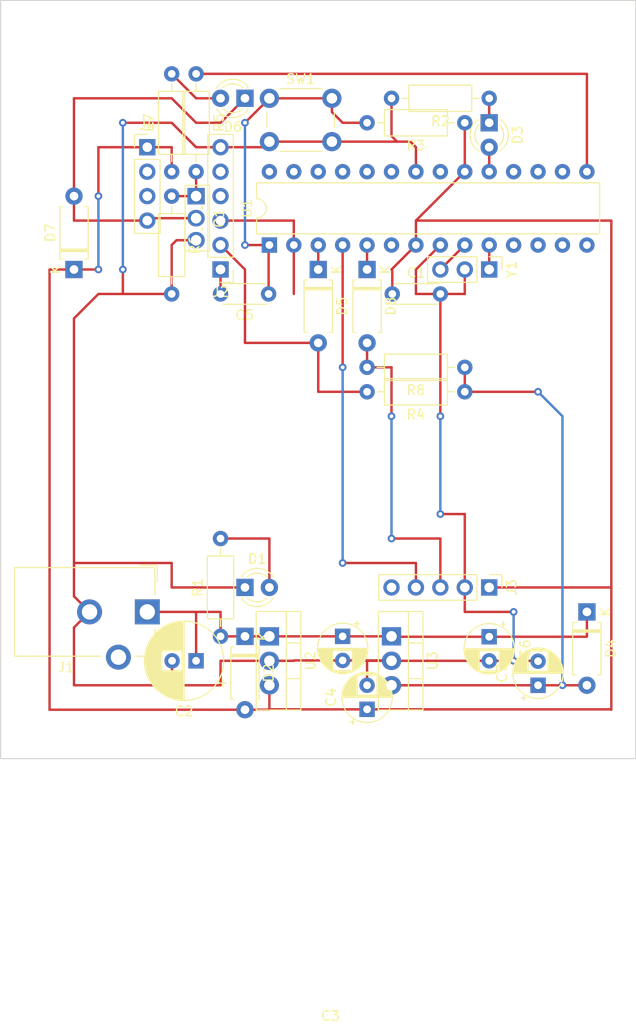
<source format=kicad_pcb>
(kicad_pcb (version 20211014) (generator pcbnew)
  (layers (0 "F.Cu" signal) (31 "B.Cu" signal) (34 "B.Paste" user) (35 "F.Paste" user) (36 "B.SilkS" user "B.Silkscreen") (37 "F.SilkS" user "F.Silkscreen") (38 "B.Mask" user) (39 "F.Mask" user) (44 "Edge.Cuts" user))
  (net 0 "")
  (net 1 "+5V")
  (net 2 "GND")
  (net 3 "+12V")
  (net 4 "Net-(C5-Pad1)")
  (net 5 "DTR")
  (net 6 "+3V3")
  (net 7 "Net-(D1-Pad2)")
  (net 8 "Net-(D3-Pad1)")
  (net 9 "Net-(D3-Pad2)")
  (net 10 "TX")
  (net 11 "Net-(D5-Pad2)")
  (net 12 "GPS_TX")
  (net 13 "Net-(D8-Pad2)")
  (net 14 "RX")
  (net 17 "GPS_RX")
  (net 21 "Net-(Q1-Pad1)")
  (net 22 "TRIG")
  (net 24 "Net-(U1-Pad9)")
  (net 25 "Net-(U1-Pad10)")
  (net 30 "Net-(D7-Pad2)")
  (net 41 "Net-(R7-Pad2)")
  (footprint "Diode_THT:D_A-405_P7.62mm_Horizontal" (layer "F.Cu") (at 111.76 116.84 -90)
    (fp_text reference "D8" (at 3.81 -2.47 90) (layer "F.SilkS"))
    (fp_text value "1s4")
    (fp_text user "K" (at 0 -1.9 90) (layer "F.SilkS"))
    (pad "1" thru_hole rect (at 0 0 270) (size 1.8 1.8) (drill 0.9) (layers *.Cu *.Mask) (net 12 "GPS_TX"))
    (pad "2" thru_hole oval (at 7.62 0 270) (size 1.8 1.8) (drill 0.9) (layers *.Cu *.Mask) (net 13 "Net-(D8-Pad2)"))
  )
  (footprint "Capacitor_THT:C_Disc_D4.3mm_W1.9mm_P5.00mm" (layer "F.Cu") (at 101.52 119.38 180)
    (fp_text reference "C5" (at 2.5 -2.2) (layer "F.SilkS"))
    (fp_text value "104")
    (pad "1" thru_hole circle (at 0 0 180) (size 1.6 1.6) (drill 0.8) (layers *.Cu *.Mask) (net 4 "Net-(C5-Pad1)"))
    (pad "2" thru_hole circle (at 5 0 180) (size 1.6 1.6) (drill 0.8) (layers *.Cu *.Mask) (net 5 "DTR"))
  )
  (footprint "Diode_THT:D_A-405_P7.62mm_Horizontal" (layer "F.Cu") (at 134.62 152.4 -90)
    (fp_text reference "D4" (at 3.81 -2.47 90) (layer "F.SilkS"))
    (fp_text value "1s4")
    (fp_text user "K" (at 0 -1.9 90) (layer "F.SilkS"))
    (pad "1" thru_hole rect (at 0 0 270) (size 1.8 1.8) (drill 0.9) (layers *.Cu *.Mask) (net 3 "+12V"))
    (pad "2" thru_hole oval (at 7.62 0 270) (size 1.8 1.8) (drill 0.9) (layers *.Cu *.Mask) (net 6 "+3V3"))
  )
  (footprint "Package_TO_SOT_THT:TO-220-3_Vertical" (layer "F.Cu") (at 114.3 154.94 -90)
    (fp_text reference "U3" (at 2.54 -4.27 90) (layer "F.SilkS"))
    (fp_text value "7803")
    (pad "1" thru_hole rect (at 0 0 270) (size 1.905 2) (drill 1.1) (layers *.Cu *.Mask) (net 3 "+12V"))
    (pad "2" thru_hole oval (at 2.54 0 270) (size 1.905 2) (drill 1.1) (layers *.Cu *.Mask) (net 2 "GND"))
    (pad "3" thru_hole oval (at 5.08 0 270) (size 1.905 2) (drill 1.1) (layers *.Cu *.Mask) (net 6 "+3V3"))
  )
  (footprint "Resistor_THT:R_Axial_DIN0207_L6.3mm_D2.5mm_P10.16mm_Horizontal" (layer "F.Cu") (at 93.98 96.52 -90)
    (fp_text reference "R5" (at 5.08 -2.37 90) (layer "F.SilkS"))
    (fp_text value "100")
    (pad "1" thru_hole circle (at 0 0 270) (size 1.6 1.6) (drill 0.8) (layers *.Cu *.Mask) (net 22 "TRIG"))
    (pad "2" thru_hole oval (at 10.16 0 270) (size 1.6 1.6) (drill 0.8) (layers *.Cu *.Mask) (net 21 "Net-(Q1-Pad1)"))
  )
  (footprint "Package_TO_SOT_THT:TO-220-3_Vertical" (layer "F.Cu") (at 101.6 154.94 -90)
    (fp_text reference "U2" (at 2.54 -4.27 90) (layer "F.SilkS"))
    (fp_text value "BA50DD0T")
    (pad "1" thru_hole rect (at 0 0 270) (size 1.905 2) (drill 1.1) (layers *.Cu *.Mask) (net 3 "+12V"))
    (pad "2" thru_hole oval (at 2.54 0 270) (size 1.905 2) (drill 1.1) (layers *.Cu *.Mask) (net 2 "GND"))
    (pad "3" thru_hole oval (at 5.08 0 270) (size 1.905 2) (drill 1.1) (layers *.Cu *.Mask) (net 1 "+5V"))
  )
  (footprint "Diode_THT:D_A-405_P7.62mm_Horizontal" (layer "F.Cu") (at 81.28 116.84 90)
    (fp_text reference "D7" (at 3.81 -2.47 90) (layer "F.SilkS"))
    (fp_text value "1s4")
    (fp_text user "K" (at 0 -1.9 90) (layer "F.SilkS"))
    (pad "1" thru_hole rect (at 0 0 90) (size 1.8 1.8) (drill 0.9) (layers *.Cu *.Mask) (net 1 "+5V"))
    (pad "2" thru_hole oval (at 7.62 0 90) (size 1.8 1.8) (drill 0.9) (layers *.Cu *.Mask) (net 30 "Net-(D7-Pad2)"))
  )
  (footprint "LED_THT:LED_D3.0mm" (layer "F.Cu") (at 99.06 149.86)
    (fp_text reference "D1" (at 1.27 -2.96) (layer "F.SilkS"))
    (fp_text value "LED_12V")
    (pad "1" thru_hole rect (at 0 0) (size 1.8 1.8) (drill 0.9) (layers *.Cu *.Mask) (net 2 "GND"))
    (pad "2" thru_hole circle (at 2.54 0) (size 1.8 1.8) (drill 0.9) (layers *.Cu *.Mask) (net 7 "Net-(D1-Pad2)"))
  )
  (footprint "LED_THT:LED_D3.0mm" (layer "F.Cu") (at 124.46 101.6 -90)
    (fp_text reference "D3" (at 1.27 -2.96 90) (layer "F.SilkS"))
    (fp_text value "LED")
    (pad "1" thru_hole rect (at 0 0 270) (size 1.8 1.8) (drill 0.9) (layers *.Cu *.Mask) (net 8 "Net-(D3-Pad1)"))
    (pad "2" thru_hole circle (at 2.54 0 270) (size 1.8 1.8) (drill 0.9) (layers *.Cu *.Mask) (net 9 "Net-(D3-Pad2)"))
  )
  (footprint "Diode_THT:D_A-405_P7.62mm_Horizontal" (layer "F.Cu") (at 99.06 154.94 -90)
    (fp_text reference "D2" (at 3.81 -2.47 90) (layer "F.SilkS"))
    (fp_text value "1s4")
    (fp_text user "K" (at 0 -1.9 90) (layer "F.SilkS"))
    (pad "1" thru_hole rect (at 0 0 270) (size 1.8 1.8) (drill 0.9) (layers *.Cu *.Mask) (net 3 "+12V"))
    (pad "2" thru_hole oval (at 7.62 0 270) (size 1.8 1.8) (drill 0.9) (layers *.Cu *.Mask) (net 1 "+5V"))
  )
  (footprint "Capacitor_THT:CP_Radial_D8.0mm_P2.50mm" (layer "F.Cu") (at 93.98 157.48 180)
    (fp_text reference "C2" (at 1.25 -5.25) (layer "F.SilkS"))
    (fp_text value "100u")
    (pad "1" thru_hole rect (at 0 0 180) (size 1.6 1.6) (drill 0.8) (layers *.Cu *.Mask) (net 3 "+12V"))
    (pad "2" thru_hole circle (at 2.5 0 180) (size 1.6 1.6) (drill 0.8) (layers *.Cu *.Mask) (net 2 "GND"))
  )
  (footprint "Capacitor_THT:C_Disc_D4.3mm_W1.9mm_P5.00mm" (layer "F.Cu") (at 114.38 119.38)
    (fp_text reference "C1" (at 2.5 -2.2) (layer "F.SilkS"))
    (fp_text value "104")
    (pad "1" thru_hole circle (at 0 0) (size 1.6 1.6) (drill 0.8) (layers *.Cu *.Mask) (net 1 "+5V"))
    (pad "2" thru_hole circle (at 5 0) (size 1.6 1.6) (drill 0.8) (layers *.Cu *.Mask) (net 2 "GND"))
  )
  (footprint "Resistor_THT:R_Axial_DIN0207_L6.3mm_D2.5mm_P10.16mm_Horizontal" (layer "F.Cu") (at 124.46 99.06 180)
    (fp_text reference "R2" (at 5.08 -2.37) (layer "F.SilkS"))
    (fp_text value "1k")
    (pad "1" thru_hole circle (at 0 0 180) (size 1.6 1.6) (drill 0.8) (layers *.Cu *.Mask) (net 8 "Net-(D3-Pad1)"))
    (pad "2" thru_hole oval (at 10.16 0 180) (size 1.6 1.6) (drill 0.8) (layers *.Cu *.Mask) (net 2 "GND"))
  )
  (footprint "Connector_PinHeader_2.54mm:PinHeader_1x03_P2.54mm_Vertical" (layer "F.Cu") (at 124.46 116.84 -90)
    (fp_text reference "Y1" (at 0 -2.33 90) (layer "F.SilkS"))
    (fp_text value "Ceralock")
    (pad "1" thru_hole rect (at 0 0 270) (size 1.7 1.7) (drill 1) (layers *.Cu *.Mask) (net 25 "Net-(U1-Pad10)"))
    (pad "2" thru_hole oval (at 0 2.54 270) (size 1.7 1.7) (drill 1) (layers *.Cu *.Mask) (net 2 "GND"))
    (pad "3" thru_hole oval (at 0 5.08 270) (size 1.7 1.7) (drill 1) (layers *.Cu *.Mask) (net 24 "Net-(U1-Pad9)"))
  )
  (footprint "Button_Switch_THT:SW_PUSH_6mm" (layer "F.Cu") (at 101.6 99.06)
    (fp_text reference "SW1" (at 3.25 -2) (layer "F.SilkS"))
    (fp_text value "RESET")
    (pad "1" thru_hole circle (at 0 0 90) (size 2 2) (drill 1.1) (layers *.Cu *.Mask) (net 4 "Net-(C5-Pad1)"))
    (pad "1" thru_hole circle (at 6.5 0 90) (size 2 2) (drill 1.1) (layers *.Cu *.Mask) (net 4 "Net-(C5-Pad1)"))
    (pad "2" thru_hole circle (at 0 4.5 90) (size 2 2) (drill 1.1) (layers *.Cu *.Mask) (net 2 "GND"))
    (pad "2" thru_hole circle (at 6.5 4.5 90) (size 2 2) (drill 1.1) (layers *.Cu *.Mask) (net 2 "GND"))
  )
  (footprint "Resistor_THT:R_Axial_DIN0207_L6.3mm_D2.5mm_P10.16mm_Horizontal" (layer "F.Cu") (at 121.92 129.54 180)
    (fp_text reference "R4" (at 5.08 -2.37) (layer "F.SilkS"))
    (fp_text value "10k")
    (pad "1" thru_hole circle (at 0 0 180) (size 1.6 1.6) (drill 0.8) (layers *.Cu *.Mask) (net 6 "+3V3"))
    (pad "2" thru_hole oval (at 10.16 0 180) (size 1.6 1.6) (drill 0.8) (layers *.Cu *.Mask) (net 11 "Net-(D5-Pad2)"))
  )
  (footprint "Diode_THT:D_A-405_P7.62mm_Horizontal" (layer "F.Cu") (at 106.68 116.84 -90)
    (fp_text reference "D5" (at 3.81 -2.47 90) (layer "F.SilkS"))
    (fp_text value "1s4")
    (fp_text user "K" (at 0 -1.9 90) (layer "F.SilkS"))
    (pad "1" thru_hole rect (at 0 0 270) (size 1.8 1.8) (drill 0.9) (layers *.Cu *.Mask) (net 10 "TX"))
    (pad "2" thru_hole oval (at 7.62 0 270) (size 1.8 1.8) (drill 0.9) (layers *.Cu *.Mask) (net 11 "Net-(D5-Pad2)"))
  )
  (footprint "Connector_PinHeader_2.54mm:PinHeader_1x05_P2.54mm_Vertical" (layer "F.Cu") (at 124.46 149.86 -90)
    (fp_text reference "J3" (at 0 -2.33 90) (layer "F.SilkS"))
    (fp_text value "Conn_GPS")
    (pad "1" thru_hole rect (at 0 0 270) (size 1.7 1.7) (drill 1) (layers *.Cu *.Mask) (net 1 "+5V"))
    (pad "2" thru_hole oval (at 0 2.54 270) (size 1.7 1.7) (drill 1) (layers *.Cu *.Mask) (net 2 "GND"))
    (pad "3" thru_hole oval (at 0 5.08 270) (size 1.7 1.7) (drill 1) (layers *.Cu *.Mask) (net 13 "Net-(D8-Pad2)"))
    (pad "4" thru_hole oval (at 0 7.62 270) (size 1.7 1.7) (drill 1) (layers *.Cu *.Mask) (net 17 "GPS_RX"))
    (pad "5" thru_hole oval (at 0 10.16 270) (size 1.7 1.7) (drill 1) (layers *.Cu *.Mask))
  )
  (footprint "Resistor_THT:R_Axial_DIN0207_L6.3mm_D2.5mm_P10.16mm_Horizontal" (layer "F.Cu") (at 91.44 109.22 -90)
    (fp_text reference "R6" (at 5.08 -2.37 90) (layer "F.SilkS"))
    (fp_text value "10k")
    (pad "1" thru_hole circle (at 0 0 270) (size 1.6 1.6) (drill 0.8) (layers *.Cu *.Mask) (net 21 "Net-(Q1-Pad1)"))
    (pad "2" thru_hole oval (at 10.16 0 270) (size 1.6 1.6) (drill 0.8) (layers *.Cu *.Mask) (net 2 "GND"))
  )
  (footprint "Connector_BarrelJack:BarrelJack_CUI_PJ-102AH_Horizontal" (layer "F.Cu") (at 88.9 152.4 -90)
    (fp_text reference "J1" (at 5.75 8.45) (layer "F.SilkS"))
    (fp_text value "Jack-DC")
    (pad "1" thru_hole rect (at 0 0 270) (size 2.6 2.6) (drill 1.6) (layers *.Cu *.Mask) (net 3 "+12V"))
    (pad "2" thru_hole circle (at 0 6 270) (size 2.6 2.6) (drill 1.6) (layers *.Cu *.Mask) (net 2 "GND"))
    (pad "3" thru_hole circle (at 4.7 3 270) (size 2.6 2.6) (drill 1.6) (layers *.Cu *.Mask))
  )
  (footprint "Connector_PinHeader_2.54mm:PinHeader_1x04_P2.54mm_Vertical" (layer "F.Cu") (at 88.9 104.14)
    (fp_text reference "J4" (at 0 -2.33) (layer "F.SilkS"))
    (fp_text value "USB_OUTPUT")
    (pad "1" thru_hole rect (at 0 0) (size 1.7 1.7) (drill 1) (layers *.Cu *.Mask) (net 1 "+5V"))
    (pad "2" thru_hole oval (at 0 2.54) (size 1.7 1.7) (drill 1) (layers *.Cu *.Mask))
    (pad "3" thru_hole oval (at 0 5.08) (size 1.7 1.7) (drill 1) (layers *.Cu *.Mask))
    (pad "4" thru_hole oval (at 0 7.62) (size 1.7 1.7) (drill 1) (layers *.Cu *.Mask) (net 30 "Net-(D7-Pad2)"))
  )
  (footprint "Resistor_THT:R_Axial_DIN0207_L6.3mm_D2.5mm_P10.16mm_Horizontal" (layer "F.Cu") (at 96.52 154.94 90)
    (fp_text reference "R1" (at 5.08 -2.37 90) (layer "F.SilkS"))
    (fp_text value "10k")
    (pad "1" thru_hole circle (at 0 0 90) (size 1.6 1.6) (drill 0.8) (layers *.Cu *.Mask) (net 3 "+12V"))
    (pad "2" thru_hole oval (at 10.16 0 90) (size 1.6 1.6) (drill 0.8) (layers *.Cu *.Mask) (net 7 "Net-(D1-Pad2)"))
  )
  (footprint "Package_DIP:DIP-28_W7.62mm" (layer "F.Cu") (at 101.6 114.3 90)
    (fp_text reference "U1" (at 3.81 -2.33 90) (layer "F.SilkS"))
    (fp_text value "ATmega328-P")
    (pad "1" thru_hole rect (at 0 0 90) (size 1.6 1.6) (drill 0.8) (layers *.Cu *.Mask) (net 4 "Net-(C5-Pad1)"))
    (pad "2" thru_hole oval (at 0 2.54 90) (size 1.6 1.6) (drill 0.8) (layers *.Cu *.Mask) (net 14 "RX"))
    (pad "3" thru_hole oval (at 0 5.08 90) (size 1.6 1.6) (drill 0.8) (layers *.Cu *.Mask) (net 10 "TX"))
    (pad "4" thru_hole oval (at 0 7.62 90) (size 1.6 1.6) (drill 0.8) (layers *.Cu *.Mask) (net 17 "GPS_RX"))
    (pad "5" thru_hole oval (at 0 10.16 90) (size 1.6 1.6) (drill 0.8) (layers *.Cu *.Mask) (net 12 "GPS_TX"))
    (pad "6" thru_hole oval (at 0 12.7 90) (size 1.6 1.6) (drill 0.8) (layers *.Cu *.Mask))
    (pad "7" thru_hole oval (at 0 15.24 90) (size 1.6 1.6) (drill 0.8) (layers *.Cu *.Mask) (net 1 "+5V"))
    (pad "8" thru_hole oval (at 0 17.78 90) (size 1.6 1.6) (drill 0.8) (layers *.Cu *.Mask) (net 2 "GND"))
    (pad "9" thru_hole oval (at 0 20.32 90) (size 1.6 1.6) (drill 0.8) (layers *.Cu *.Mask) (net 24 "Net-(U1-Pad9)"))
    (pad "10" thru_hole oval (at 0 22.86 90) (size 1.6 1.6) (drill 0.8) (layers *.Cu *.Mask) (net 25 "Net-(U1-Pad10)"))
    (pad "11" thru_hole oval (at 0 25.4 90) (size 1.6 1.6) (drill 0.8) (layers *.Cu *.Mask))
    (pad "12" thru_hole oval (at 0 27.94 90) (size 1.6 1.6) (drill 0.8) (layers *.Cu *.Mask))
    (pad "13" thru_hole oval (at 0 30.48 90) (size 1.6 1.6) (drill 0.8) (layers *.Cu *.Mask))
    (pad "14" thru_hole oval (at 0 33.02 90) (size 1.6 1.6) (drill 0.8) (layers *.Cu *.Mask))
    (pad "15" thru_hole oval (at 7.62 33.02 90) (size 1.6 1.6) (drill 0.8) (layers *.Cu *.Mask) (net 22 "TRIG"))
    (pad "16" thru_hole oval (at 7.62 30.48 90) (size 1.6 1.6) (drill 0.8) (layers *.Cu *.Mask))
    (pad "17" thru_hole oval (at 7.62 27.94 90) (size 1.6 1.6) (drill 0.8) (layers *.Cu *.Mask))
    (pad "18" thru_hole oval (at 7.62 25.4 90) (size 1.6 1.6) (drill 0.8) (layers *.Cu *.Mask))
    (pad "19" thru_hole oval (at 7.62 22.86 90) (size 1.6 1.6) (drill 0.8) (layers *.Cu *.Mask) (net 9 "Net-(D3-Pad2)"))
    (pad "20" thru_hole oval (at 7.62 20.32 90) (size 1.6 1.6) (drill 0.8) (layers *.Cu *.Mask) (net 1 "+5V"))
    (pad "21" thru_hole oval (at 7.62 17.78 90) (size 1.6 1.6) (drill 0.8) (layers *.Cu *.Mask))
    (pad "22" thru_hole oval (at 7.62 15.24 90) (size 1.6 1.6) (drill 0.8) (layers *.Cu *.Mask) (net 2 "GND"))
    (pad "23" thru_hole oval (at 7.62 12.7 90) (size 1.6 1.6) (drill 0.8) (layers *.Cu *.Mask))
    (pad "24" thru_hole oval (at 7.62 10.16 90) (size 1.6 1.6) (drill 0.8) (layers *.Cu *.Mask))
    (pad "25" thru_hole oval (at 7.62 7.62 90) (size 1.6 1.6) (drill 0.8) (layers *.Cu *.Mask))
    (pad "26" thru_hole oval (at 7.62 5.08 90) (size 1.6 1.6) (drill 0.8) (layers *.Cu *.Mask))
    (pad "27" thru_hole oval (at 7.62 2.54 90) (size 1.6 1.6) (drill 0.8) (layers *.Cu *.Mask))
    (pad "28" thru_hole oval (at 7.62 0 90) (size 1.6 1.6) (drill 0.8) (layers *.Cu *.Mask))
  )
  (footprint "Capacitor_THT:CP_Radial_D5.0mm_P2.50mm" (layer "F.Cu") (at 124.46 154.98 -90)
    (fp_text reference "C6" (at 1.25 -3.75 90) (layer "F.SilkS"))
    (fp_text value "10u")
    (pad "1" thru_hole rect (at 0 0 270) (size 1.6 1.6) (drill 0.8) (layers *.Cu *.Mask) (net 3 "+12V"))
    (pad "2" thru_hole circle (at 2.5 0 270) (size 1.6 1.6) (drill 0.8) (layers *.Cu *.Mask) (net 2 "GND"))
  )
  (footprint "Capacitor_THT:CP_Radial_D5.0mm_P2.50mm" (layer "F.Cu") (at 111.76 162.52 90)
    (fp_text reference "C4" (at 1.25 -3.75 90) (layer "F.SilkS"))
    (fp_text value "22u")
    (pad "1" thru_hole rect (at 0 0 90) (size 1.6 1.6) (drill 0.8) (layers *.Cu *.Mask) (net 1 "+5V"))
    (pad "2" thru_hole circle (at 2.5 0 90) (size 1.6 1.6) (drill 0.8) (layers *.Cu *.Mask) (net 2 "GND"))
  )
  (footprint "Capacitor_THT:CP_Radial_D5.0mm_P2.50mm" (layer "F.Cu") (at 129.54 160.02 90)
    (fp_text reference "C7" (at 1.25 -3.75 90) (layer "F.SilkS"))
    (fp_text value "22u")
    (pad "1" thru_hole rect (at 0 0 90) (size 1.6 1.6) (drill 0.8) (layers *.Cu *.Mask) (net 6 "+3V3"))
    (pad "2" thru_hole circle (at 2.5 0 90) (size 1.6 1.6) (drill 0.8) (layers *.Cu *.Mask) (net 2 "GND"))
  )
  (footprint "Package_TO_SOT_THT:TO-251-3_Vertical" (layer "F.Cu") (at 93.98 109.22 -90)
    (fp_text reference "Q1" (at 2.29 -2.39 90) (layer "F.SilkS"))
    (fp_text value "2sk4017")
    (pad "1" thru_hole rect (at 0 0 270) (size 1.7175 1.8) (drill 1.1) (layers *.Cu *.Mask) (net 21 "Net-(Q1-Pad1)"))
    (pad "2" thru_hole oval (at 2.29 0 270) (size 1.7175 1.8) (drill 1.1) (layers *.Cu *.Mask) (net 30 "Net-(D7-Pad2)"))
    (pad "3" thru_hole oval (at 4.58 0 270) (size 1.7175 1.8) (drill 1.1) (layers *.Cu *.Mask) (net 2 "GND"))
  )
  (footprint "Resistor_THT:R_Axial_DIN0207_L6.3mm_D2.5mm_P10.16mm_Horizontal" (layer "F.Cu") (at 121.92 101.6 180)
    (fp_text reference "R3" (at 5.08 -2.37) (layer "F.SilkS"))
    (fp_text value "10k")
    (pad "1" thru_hole circle (at 0 0 180) (size 1.6 1.6) (drill 0.8) (layers *.Cu *.Mask) (net 1 "+5V"))
    (pad "2" thru_hole oval (at 10.16 0 180) (size 1.6 1.6) (drill 0.8) (layers *.Cu *.Mask) (net 4 "Net-(C5-Pad1)"))
  )
  (footprint "Resistor_THT:R_Axial_DIN0207_L6.3mm_D2.5mm_P10.16mm_Horizontal" (layer "F.Cu") (at 121.92 127 180)
    (fp_text reference "R8" (at 5.08 -2.37) (layer "F.SilkS"))
    (fp_text value "10k")
    (pad "1" thru_hole circle (at 0 0 180) (size 1.6 1.6) (drill 0.8) (layers *.Cu *.Mask) (net 6 "+3V3"))
    (pad "2" thru_hole oval (at 10.16 0 180) (size 1.6 1.6) (drill 0.8) (layers *.Cu *.Mask) (net 13 "Net-(D8-Pad2)"))
  )
  (footprint "Capacitor_THT:CP_Radial_D5.0mm_P2.50mm" (layer "F.Cu") (at 109.22 154.94 -90)
    (fp_text reference "C3" (at 39.43 1.27) (layer "F.SilkS"))
    (fp_text value "10u")
    (pad "1" thru_hole rect (at 0 0 270) (size 1.6 1.6) (drill 0.8) (layers *.Cu *.Mask) (net 3 "+12V"))
    (pad "2" thru_hole circle (at 2.5 0 270) (size 1.6 1.6) (drill 0.8) (layers *.Cu *.Mask) (net 2 "GND"))
  )
  (footprint "LED_THT:LED_D3.0mm" (layer "F.Cu") (at 99.06 99.06 180)
    (fp_text reference "D6" (at 1.27 -2.96) (layer "F.SilkS"))
    (fp_text value "LED")
    (pad "1" thru_hole rect (at 0 0 180) (size 1.8 1.8) (drill 0.9) (layers *.Cu *.Mask) (net 30 "Net-(D7-Pad2)"))
    (pad "2" thru_hole circle (at 2.54 0 180) (size 1.8 1.8) (drill 0.9) (layers *.Cu *.Mask) (net 41 "Net-(R7-Pad2)"))
  )
  (footprint "Resistor_THT:R_Axial_DIN0207_L6.3mm_D2.5mm_P10.16mm_Horizontal" (layer "F.Cu") (at 91.44 106.68 90)
    (fp_text reference "R7" (at 5.08 -2.37 90) (layer "F.SilkS"))
    (fp_text value "1k")
    (pad "1" thru_hole circle (at 0 0 90) (size 1.6 1.6) (drill 0.8) (layers *.Cu *.Mask) (net 1 "+5V"))
    (pad "2" thru_hole oval (at 10.16 0 90) (size 1.6 1.6) (drill 0.8) (layers *.Cu *.Mask) (net 41 "Net-(R7-Pad2)"))
  )
  (footprint "Connector_PinHeader_2.54mm:PinHeader_1x06_P2.54mm_Vertical" (layer "F.Cu") (at 96.52 116.84 180)
    (fp_text reference "J2" (at 0 -2.33) (layer "F.SilkS"))
    (fp_text value "Conn_Writer")
    (pad "1" thru_hole rect (at 0 0 180) (size 1.7 1.7) (drill 1) (layers *.Cu *.Mask) (net 5 "DTR"))
    (pad "2" thru_hole oval (at 0 2.54 180) (size 1.7 1.7) (drill 1) (layers *.Cu *.Mask) (net 11 "Net-(D5-Pad2)"))
    (pad "3" thru_hole oval (at 0 5.08 180) (size 1.7 1.7) (drill 1) (layers *.Cu *.Mask) (net 14 "RX"))
    (pad "4" thru_hole oval (at 0 7.62 180) (size 1.7 1.7) (drill 1) (layers *.Cu *.Mask))
    (pad "5" thru_hole oval (at 0 10.16 180) (size 1.7 1.7) (drill 1) (layers *.Cu *.Mask))
    (pad "6" thru_hole oval (at 0 12.7 180) (size 1.7 1.7) (drill 1) (layers *.Cu *.Mask) (net 2 "GND"))
  )
  (gr_line (start 73.66 167.64) (end 73.66 88.9) (layer "Edge.Cuts") (width 0.1))
  (gr_line (start 139.7 88.9) (end 139.7 167.64) (layer "Edge.Cuts") (width 0.1))
  (gr_line (start 139.7 167.64) (end 73.66 167.64) (layer "Edge.Cuts") (width 0.1))
  (gr_line (start 73.66 88.9) (end 139.7 88.9) (layer "Edge.Cuts") (width 0.1))
  (segment (start 91.44 104.14) (end 88.9 104.14) (width 0.25) (layer "F.Cu") (net 1))
  (segment (start 114.38 116.92) (end 114.38 119.38) (width 0.25) (layer "F.Cu") (net 1))
  (segment (start 137.12 162.52) (end 111.76 162.52) (width 0.25) (layer "F.Cu") (net 1))
  (segment (start 101.6 160.02) (end 101.6 162.56) (width 0.25) (layer "F.Cu") (net 1))
  (segment (start 101.6 162.56) (end 101.64 162.52) (width 0.25) (layer "F.Cu") (net 1))
  (segment (start 99.06 162.56) (end 78.74 162.56) (width 0.25) (layer "F.Cu") (net 1))
  (segment (start 121.92 101.6) (end 121.92 106.68) (width 0.25) (layer "F.Cu") (net 1))
  (segment (start 116.84 114.3) (end 114.3 116.84) (width 0.25) (layer "F.Cu") (net 1))
  (segment (start 83.82 109.22) (end 83.82 104.14) (width 0.25) (layer "F.Cu") (net 1))
  (segment (start 116.84 111.76) (end 121.92 106.68) (width 0.25) (layer "F.Cu") (net 1))
  (segment (start 116.84 114.3) (end 116.84 111.76) (width 0.25) (layer "F.Cu") (net 1))
  (segment (start 91.44 106.68) (end 91.44 104.14) (width 0.25) (layer "F.Cu") (net 1))
  (segment (start 137.16 149.86) (end 137.16 162.56) (width 0.25) (layer "F.Cu") (net 1))
  (segment (start 114.3 116.84) (end 114.38 116.92) (width 0.25) (layer "F.Cu") (net 1))
  (segment (start 101.64 162.52) (end 111.76 162.52) (width 0.25) (layer "F.Cu") (net 1))
  (segment (start 124.46 149.86) (end 137.16 149.86) (width 0.25) (layer "F.Cu") (net 1))
  (segment (start 78.74 116.84) (end 83.82 116.84) (width 0.25) (layer "F.Cu") (net 1))
  (segment (start 137.16 149.86) (end 137.16 111.76) (width 0.25) (layer "F.Cu") (net 1))
  (segment (start 101.6 162.56) (end 99.06 162.56) (width 0.25) (layer "F.Cu") (net 1))
  (segment (start 137.16 162.56) (end 137.12 162.52) (width 0.25) (layer "F.Cu") (net 1))
  (segment (start 137.16 111.76) (end 116.84 111.76) (width 0.25) (layer "F.Cu") (net 1))
  (segment (start 78.74 162.56) (end 78.74 116.84) (width 0.25) (layer "F.Cu") (net 1))
  (segment (start 83.82 104.14) (end 88.9 104.14) (width 0.25) (layer "F.Cu") (net 1))
  (via (at 83.82 109.22) (size 0.8) (drill 0.4) (layers "F.Cu" "B.Cu") (net 1))
  (via (at 83.82 116.84) (size 0.8) (drill 0.4) (layers "F.Cu" "B.Cu") (net 1))
  (segment (start 83.82 116.84) (end 83.82 109.22) (width 0.25) (layer "B.Cu") (net 1))
  (segment (start 116.84 104.14) (end 116.26 103.56) (width 0.25) (layer "F.Cu") (net 2))
  (segment (start 119.38 119.38) (end 119.38 132.08) (width 0.25) (layer "F.Cu") (net 2))
  (segment (start 111.76 160.02) (end 111.76 157.48) (width 0.25) (layer "F.Cu") (net 2))
  (segment (start 114.3 157.48) (end 124.46 157.48) (width 0.25) (layer "F.Cu") (net 2))
  (segment (start 91.44 149.86) (end 91.44 147.32) (width 0.25) (layer "F.Cu") (net 2))
  (segment (start 96.52 104.14) (end 93.98 104.14) (width 0.25) (layer "F.Cu") (net 2))
  (segment (start 81.28 121.92) (end 83.82 119.38) (width 0.25) (layer "F.Cu") (net 2))
  (segment (start 83.82 119.38) (end 91.44 119.38) (width 0.25) (layer "F.Cu") (net 2))
  (segment (start 116.84 119.38) (end 121.92 119.38) (width 0.25) (layer "F.Cu") (net 2))
  (segment (start 114.26 157.44) (end 114.3 157.48) (width 0.25) (layer "F.Cu") (net 2))
  (segment (start 99.06 149.86) (end 91.44 149.86) (width 0.25) (layer "F.Cu") (net 2))
  (segment (start 101.02 104.14) (end 101.6 103.56) (width 0.25) (layer "F.Cu") (net 2))
  (segment (start 127 152.4) (end 121.92 152.4) (width 0.25) (layer "F.Cu") (net 2))
  (segment (start 114.3 102.98) (end 114.88 103.56) (width 0.25) (layer "F.Cu") (net 2))
  (segment (start 124.46 157.48) (end 129.5 157.48) (width 0.25) (layer "F.Cu") (net 2))
  (segment (start 93.98 113.8) (end 91.94 113.8) (width 0.25) (layer "F.Cu") (net 2))
  (segment (start 91.44 160.02) (end 91.48 159.98) (width 0.25) (layer "F.Cu") (net 2))
  (segment (start 109.22 157.44) (end 114.26 157.44) (width 0.25) (layer "F.Cu") (net 2))
  (segment (start 82.9 152.4) (end 81.28 150.78) (width 0.25) (layer "F.Cu") (net 2))
  (segment (start 104.14 157.48) (end 101.6 157.48) (width 0.25) (layer "F.Cu") (net 2))
  (segment (start 111.76 157.48) (end 114.3 157.48) (width 0.25) (layer "F.Cu") (net 2))
  (segment (start 91.44 101.6) (end 86.36 101.6) (width 0.25) (layer "F.Cu") (net 2))
  (segment (start 116.84 116.84) (end 116.84 119.38) (width 0.25) (layer "F.Cu") (net 2))
  (segment (start 96.52 104.14) (end 101.02 104.14) (width 0.25) (layer "F.Cu") (net 2))
  (segment (start 101.6 103.56) (end 108.1 103.56) (width 0.25) (layer "F.Cu") (net 2))
  (segment (start 129.5 157.48) (end 129.54 157.52) (width 0.25) (layer "F.Cu") (net 2))
  (segment (start 81.28 160.02) (end 81.28 154.02) (width 0.25) (layer "F.Cu") (net 2))
  (segment (start 81.28 154.02) (end 82.9 152.4) (width 0.25) (layer "F.Cu") (net 2))
  (segment (start 121.92 142.24) (end 121.92 149.86) (width 0.25) (layer "F.Cu") (net 2))
  (segment (start 119.38 114.3) (end 116.84 116.84) (width 0.25) (layer "F.Cu") (net 2))
  (segment (start 93.98 104.14) (end 91.44 101.6) (width 0.25) (layer "F.Cu") (net 2))
  (segment (start 114.3 99.06) (end 114.3 102.98) (width 0.25) (layer "F.Cu") (net 2))
  (segment (start 96.52 160.02) (end 91.44 160.02) (width 0.25) (layer "F.Cu") (net 2))
  (segment (start 91.48 159.98) (end 91.48 157.48) (width 0.25) (layer "F.Cu") (net 2))
  (segment (start 104.14 157.48) (end 104.18 157.44) (width 0.25) (layer "F.Cu") (net 2))
  (segment (start 119.38 142.24) (end 121.92 142.24) (width 0.25) (layer "F.Cu") (net 2))
  (segment (start 116.26 103.56) (end 114.88 103.56) (width 0.25) (layer "F.Cu") (net 2))
  (segment (start 91.44 114.3) (end 91.44 119.38) (width 0.25) (layer "F.Cu") (net 2))
  (segment (start 104.18 157.44) (end 109.22 157.44) (width 0.25) (layer "F.Cu") (net 2))
  (segment (start 81.28 150.78) (end 81.28 121.92) (width 0.25) (layer "F.Cu") (net 2))
  (segment (start 91.44 147.32) (end 81.28 147.32) (width 0.25) (layer "F.Cu") (net 2))
  (segment (start 91.44 160.02) (end 81.28 160.02) (width 0.25) (layer "F.Cu") (net 2))
  (segment (start 86.36 116.84) (end 86.36 119.38) (width 0.25) (layer "F.Cu") (net 2))
  (segment (start 121.92 152.4) (end 121.92 149.86) (width 0.25) (layer "F.Cu") (net 2))
  (segment (start 114.88 103.56) (end 108.1 103.56) (width 0.25) (layer "F.Cu") (net 2))
  (segment (start 121.92 119.38) (end 121.92 116.84) (width 0.25) (layer "F.Cu") (net 2))
  (segment (start 116.84 106.68) (end 116.84 104.14) (width 0.25) (layer "F.Cu") (net 2))
  (segment (start 96.52 157.48) (end 96.52 160.02) (width 0.25) (layer "F.Cu") (net 2))
  (segment (start 91.94 113.8) (end 91.44 114.3) (width 0.25) (layer "F.Cu") (net 2))
  (segment (start 101.6 157.48) (end 96.52 157.48) (width 0.25) (layer "F.Cu") (net 2))
  (via (at 119.38 132.08) (size 0.8) (drill 0.4) (layers "F.Cu" "B.Cu") (net 2))
  (via (at 119.38 142.24) (size 0.8) (drill 0.4) (layers "F.Cu" "B.Cu") (net 2))
  (via (at 86.36 101.6) (size 0.8) (drill 0.4) (layers "F.Cu" "B.Cu") (net 2))
  (via (at 86.36 116.84) (size 0.8) (drill 0.4) (layers "F.Cu" "B.Cu") (net 2))
  (via (at 127 152.4) (size 0.8) (drill 0.4) (layers "F.Cu" "B.Cu") (net 2))
  (via (at 127 157.48) (size 0.8) (drill 0.4) (layers "F.Cu" "B.Cu") (net 2))
  (segment (start 127 157.48) (end 127 152.4) (width 0.25) (layer "B.Cu") (net 2))
  (segment (start 119.38 132.08) (end 119.38 142.24) (width 0.25) (layer "B.Cu") (net 2))
  (segment (start 86.36 101.6) (end 86.36 116.84) (width 0.25) (layer "B.Cu") (net 2))
  (segment (start 101.6 154.94) (end 109.22 154.94) (width 0.25) (layer "F.Cu") (net 3))
  (segment (start 96.52 154.94) (end 99.06 154.94) (width 0.25) (layer "F.Cu") (net 3))
  (segment (start 114.3 154.94) (end 109.22 154.94) (width 0.25) (layer "F.Cu") (net 3))
  (segment (start 124.46 154.98) (end 134.58 154.98) (width 0.25) (layer "F.Cu") (net 3))
  (segment (start 114.34 154.98) (end 114.3 154.94) (width 0.25) (layer "F.Cu") (net 3))
  (segment (start 93.98 157.48) (end 93.98 152.4) (width 0.25) (layer "F.Cu") (net 3))
  (segment (start 93.98 152.4) (end 88.9 152.4) (width 0.25) (layer "F.Cu") (net 3))
  (segment (start 96.52 152.4) (end 93.98 152.4) (width 0.25) (layer "F.Cu") (net 3))
  (segment (start 96.52 152.4) (end 96.52 154.94) (width 0.25) (layer "F.Cu") (net 3))
  (segment (start 134.62 154.94) (end 134.62 152.4) (width 0.25) (layer "F.Cu") (net 3))
  (segment (start 134.58 154.98) (end 134.62 154.94) (width 0.25) (layer "F.Cu") (net 3))
  (segment (start 101.6 154.94) (end 99.06 154.94) (width 0.25) (layer "F.Cu") (net 3))
  (segment (start 124.46 154.98) (end 114.34 154.98) (width 0.25) (layer "F.Cu") (net 3))
  (segment (start 109.22 101.6) (end 108.1 100.48) (width 0.25) (layer "F.Cu") (net 4))
  (segment (start 108.1 99.06) (end 101.6 99.06) (width 0.25) (layer "F.Cu") (net 4))
  (segment (start 101.52 114.38) (end 101.6 114.3) (width 0.25) (layer "F.Cu") (net 4))
  (segment (start 108.1 100.48) (end 108.1 99.06) (width 0.25) (layer "F.Cu") (net 4))
  (segment (start 101.52 119.38) (end 101.52 114.38) (width 0.25) (layer "F.Cu") (net 4))
  (segment (start 99.06 101.6) (end 101.6 99.06) (width 0.25) (layer "F.Cu") (net 4))
  (segment (start 101.6 114.3) (end 99.06 114.3) (width 0.25) (layer "F.Cu") (net 4))
  (segment (start 111.76 101.6) (end 109.22 101.6) (width 0.25) (layer "F.Cu") (net 4))
  (via (at 99.06 114.3) (size 0.8) (drill 0.4) (layers "F.Cu" "B.Cu") (net 4))
  (via (at 99.06 101.6) (size 0.8) (drill 0.4) (layers "F.Cu" "B.Cu") (net 4))
  (segment (start 99.06 114.3) (end 99.06 101.6) (width 0.25) (layer "B.Cu") (net 4))
  (segment (start 96.52 116.84) (end 96.52 119.38) (width 0.25) (layer "F.Cu") (net 5))
  (segment (start 114.3 160.02) (end 129.54 160.02) (width 0.25) (layer "F.Cu") (net 6))
  (segment (start 121.92 127) (end 121.92 129.54) (width 0.25) (layer "F.Cu") (net 6))
  (segment (start 134.62 160.02) (end 129.54 160.02) (width 0.25) (layer "F.Cu") (net 6))
  (segment (start 129.54 129.54) (end 121.92 129.54) (width 0.25) (layer "F.Cu") (net 6))
  (via (at 132.08 160.02) (size 0.8) (drill 0.4) (layers "F.Cu" "B.Cu") (net 6))
  (via (at 129.54 129.54) (size 0.8) (drill 0.4) (layers "F.Cu" "B.Cu") (net 6))
  (segment (start 132.08 132.08) (end 129.54 129.54) (width 0.25) (layer "B.Cu") (net 6))
  (segment (start 132.08 160.02) (end 132.08 132.08) (width 0.25) (layer "B.Cu") (net 6))
  (segment (start 96.52 144.78) (end 101.6 144.78) (width 0.25) (layer "F.Cu") (net 7))
  (segment (start 101.6 144.78) (end 101.6 149.86) (width 0.25) (layer "F.Cu") (net 7))
  (segment (start 124.46 99.06) (end 124.46 101.6) (width 0.25) (layer "F.Cu") (net 8))
  (segment (start 124.46 104.14) (end 124.46 106.68) (width 0.25) (layer "F.Cu") (net 9))
  (segment (start 106.68 114.3) (end 106.68 116.84) (width 0.25) (layer "F.Cu") (net 10))
  (segment (start 99.06 124.46) (end 106.68 124.46) (width 0.25) (layer "F.Cu") (net 11))
  (segment (start 106.68 129.54) (end 106.68 124.46) (width 0.25) (layer "F.Cu") (net 11))
  (segment (start 96.52 114.3) (end 99.06 116.84) (width 0.25) (layer "F.Cu") (net 11))
  (segment (start 111.76 129.54) (end 106.68 129.54) (width 0.25) (layer "F.Cu") (net 11))
  (segment (start 99.06 116.84) (end 99.06 124.46) (width 0.25) (layer "F.Cu") (net 11))
  (segment (start 111.76 114.3) (end 111.76 116.84) (width 0.25) (layer "F.Cu") (net 12))
  (segment (start 111.76 124.46) (end 111.76 127) (width 0.25) (layer "F.Cu") (net 13))
  (segment (start 114.3 132.08) (end 114.3 127) (width 0.25) (layer "F.Cu") (net 13))
  (segment (start 114.3 144.78) (end 119.38 144.78) (width 0.25) (layer "F.Cu") (net 13))
  (segment (start 114.3 127) (end 111.76 127) (width 0.25) (layer "F.Cu") (net 13))
  (segment (start 119.38 144.78) (end 119.38 149.86) (width 0.25) (layer "F.Cu") (net 13))
  (via (at 114.3 132.08) (size 0.8) (drill 0.4) (layers "F.Cu" "B.Cu") (net 13))
  (via (at 114.3 144.78) (size 0.8) (drill 0.4) (layers "F.Cu" "B.Cu") (net 13))
  (segment (start 114.3 132.08) (end 114.3 144.78) (width 0.25) (layer "B.Cu") (net 13))
  (segment (start 104.14 119.38) (end 104.14 114.3) (width 0.25) (layer "F.Cu") (net 14))
  (segment (start 104.14 111.76) (end 104.14 114.3) (width 0.25) (layer "F.Cu") (net 14))
  (segment (start 96.52 111.76) (end 104.14 111.76) (width 0.25) (layer "F.Cu") (net 14))
  (segment (start 116.84 147.32) (end 116.84 149.86) (width 0.25) (layer "F.Cu") (net 17))
  (segment (start 109.22 147.32) (end 116.84 147.32) (width 0.25) (layer "F.Cu") (net 17))
  (segment (start 109.22 114.3) (end 109.22 127) (width 0.25) (layer "F.Cu") (net 17))
  (via (at 109.22 147.32) (size 0.8) (drill 0.4) (layers "F.Cu" "B.Cu") (net 17))
  (via (at 109.22 127) (size 0.8) (drill 0.4) (layers "F.Cu" "B.Cu") (net 17))
  (segment (start 109.22 127) (end 109.22 147.32) (width 0.25) (layer "B.Cu") (net 17))
  (segment (start 93.98 106.68) (end 93.98 109.22) (width 0.25) (layer "F.Cu") (net 21))
  (segment (start 91.44 109.22) (end 93.98 109.22) (width 0.25) (layer "F.Cu") (net 21))
  (segment (start 134.62 96.52) (end 134.62 106.68) (width 0.25) (layer "F.Cu") (net 22))
  (segment (start 93.98 96.52) (end 134.62 96.52) (width 0.25) (layer "F.Cu") (net 22))
  (segment (start 119.38 116.84) (end 121.92 114.3) (width 0.25) (layer "F.Cu") (net 24))
  (segment (start 124.46 114.3) (end 124.46 116.84) (width 0.25) (layer "F.Cu") (net 25))
  (segment (start 81.28 101.6) (end 81.28 111.76) (width 0.25) (layer "F.Cu") (net 30))
  (segment (start 91.44 99.06) (end 93.98 101.6) (width 0.25) (layer "F.Cu") (net 30))
  (segment (start 81.28 111.76) (end 88.9 111.76) (width 0.25) (layer "F.Cu") (net 30))
  (segment (start 93.98 111.51) (end 89.15 111.51) (width 0.25) (layer "F.Cu") (net 30))
  (segment (start 81.28 101.6) (end 81.28 99.06) (width 0.25) (layer "F.Cu") (net 30))
  (segment (start 81.28 99.06) (end 91.44 99.06) (width 0.25) (layer "F.Cu") (net 30))
  (segment (start 89.15 111.51) (end 88.9 111.76) (width 0.25) (layer "F.Cu") (net 30))
  (segment (start 99.06 99.06) (end 96.52 101.6) (width 0.25) (layer "F.Cu") (net 30))
  (segment (start 93.98 101.6) (end 96.52 101.6) (width 0.25) (layer "F.Cu") (net 30))
  (segment (start 93.98 99.06) (end 96.52 99.06) (width 0.25) (layer "F.Cu") (net 41))
  (segment (start 91.44 96.52) (end 93.98 99.06) (width 0.25) (layer "F.Cu") (net 41))
)
</source>
